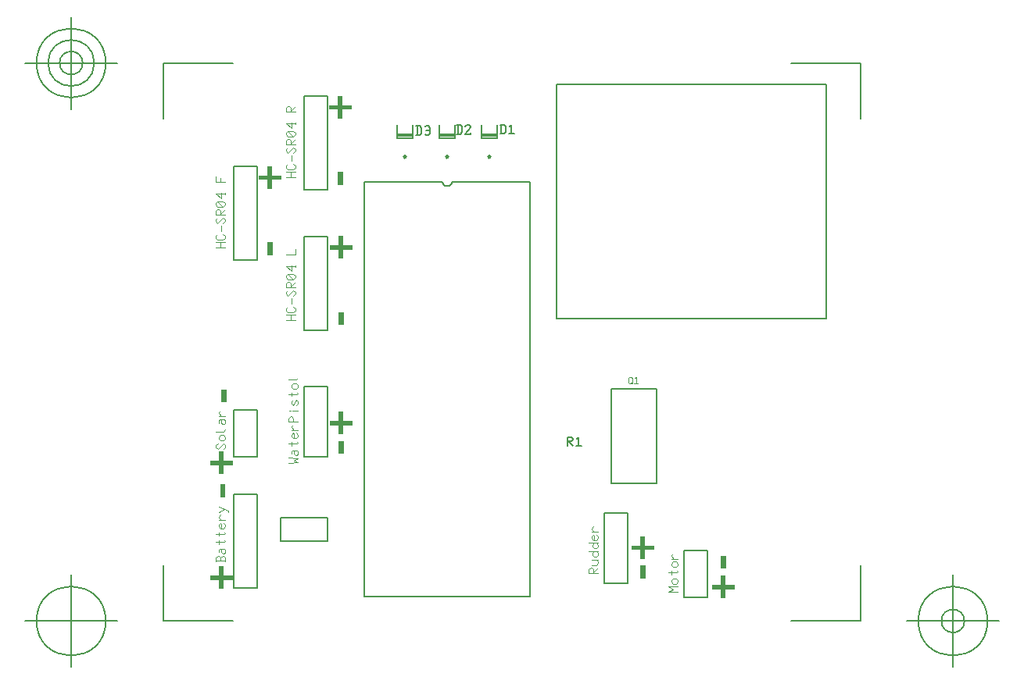
<source format=gbr>
G04 Generated by Ultiboard 14.2 *
%FSLAX34Y34*%
%MOMM*%

%ADD10C,0.0001*%
%ADD11C,0.0933*%
%ADD12C,0.0010*%
%ADD13C,0.1556*%
%ADD14C,0.2000*%
%ADD15C,0.2032*%
%ADD16C,0.2500*%
%ADD17C,0.1129*%
%ADD18C,0.1270*%


G04 ColorRGB FFFF00 for the following layer *
%LNSilkscreen Top*%
%LPD*%
G54D10*
G54D11*
X133080Y168636D02*
X143080Y169631D01*
X139080Y171622D01*
X143080Y173613D01*
X133080Y174609D01*
X136080Y178591D02*
X136080Y181578D01*
X137080Y182573D01*
X142080Y182573D01*
X143080Y181578D01*
X143080Y178591D01*
X142080Y177596D01*
X140080Y177596D01*
X139080Y178591D01*
X139080Y182573D01*
X142080Y182573D02*
X143080Y183569D01*
X142080Y191533D02*
X143080Y190538D01*
X142080Y189542D01*
X133080Y189542D01*
X136080Y187551D02*
X136080Y191533D01*
X141080Y201489D02*
X143080Y199498D01*
X143080Y197507D01*
X141080Y195516D01*
X138080Y195516D01*
X136080Y197507D01*
X136080Y199498D01*
X138080Y201489D01*
X139080Y200493D01*
X139080Y195516D01*
X139080Y204476D02*
X136080Y207462D01*
X136080Y208458D01*
X138080Y210449D01*
X143080Y204476D02*
X136080Y204476D01*
X143080Y213436D02*
X133080Y213436D01*
X133080Y217418D01*
X135080Y219409D01*
X136080Y219409D01*
X138080Y217418D01*
X138080Y213436D01*
X143080Y225382D02*
X137080Y225382D01*
X135080Y225382D02*
X134080Y225382D01*
X141080Y231356D02*
X143080Y233347D01*
X143080Y235338D01*
X141080Y237329D01*
X138080Y231356D01*
X136080Y233347D01*
X136080Y235338D01*
X138080Y237329D01*
X142080Y245293D02*
X143080Y244298D01*
X142080Y243302D01*
X133080Y243302D01*
X136080Y241311D02*
X136080Y245293D01*
X141080Y249276D02*
X143080Y251267D01*
X143080Y253258D01*
X141080Y255249D01*
X138080Y255249D01*
X136080Y253258D01*
X136080Y251267D01*
X138080Y249276D01*
X141080Y249276D01*
X133080Y259231D02*
X141080Y259231D01*
X143080Y261222D01*
X140265Y323301D02*
X130265Y323301D01*
X140265Y329274D02*
X130265Y329274D01*
X135265Y323301D02*
X135265Y329274D01*
X138265Y338234D02*
X140265Y336243D01*
X140265Y334252D01*
X138265Y332261D01*
X132265Y332261D01*
X130265Y334252D01*
X130265Y336243D01*
X132265Y338234D01*
X136265Y341221D02*
X136265Y347194D01*
X138265Y350181D02*
X140265Y352172D01*
X140265Y354163D01*
X138265Y356154D01*
X132265Y350181D01*
X130265Y352172D01*
X130265Y354163D01*
X132265Y356154D01*
X140265Y359141D02*
X130265Y359141D01*
X130265Y363123D01*
X132265Y365114D01*
X133265Y365114D01*
X135265Y363123D01*
X135265Y359141D01*
X135265Y360136D02*
X140265Y365114D01*
X132265Y368101D02*
X130265Y370092D01*
X130265Y372083D01*
X132265Y374074D01*
X138265Y374074D01*
X140265Y372083D01*
X140265Y370092D01*
X138265Y368101D01*
X132265Y368101D01*
X132265Y374074D02*
X138265Y368101D01*
X136265Y383034D02*
X136265Y377061D01*
X130265Y382039D01*
X140265Y382039D01*
X140265Y381043D02*
X140265Y383034D01*
X130265Y394981D02*
X140265Y394981D01*
X140265Y400954D01*
X64065Y402041D02*
X54065Y402041D01*
X64065Y408014D02*
X54065Y408014D01*
X59065Y402041D02*
X59065Y408014D01*
X62065Y416974D02*
X64065Y414983D01*
X64065Y412992D01*
X62065Y411001D01*
X56065Y411001D01*
X54065Y412992D01*
X54065Y414983D01*
X56065Y416974D01*
X60065Y419961D02*
X60065Y425934D01*
X62065Y428921D02*
X64065Y430912D01*
X64065Y432903D01*
X62065Y434894D01*
X56065Y428921D01*
X54065Y430912D01*
X54065Y432903D01*
X56065Y434894D01*
X64065Y437881D02*
X54065Y437881D01*
X54065Y441863D01*
X56065Y443854D01*
X57065Y443854D01*
X59065Y441863D01*
X59065Y437881D01*
X59065Y438876D02*
X64065Y443854D01*
X56065Y446841D02*
X54065Y448832D01*
X54065Y450823D01*
X56065Y452814D01*
X62065Y452814D01*
X64065Y450823D01*
X64065Y448832D01*
X62065Y446841D01*
X56065Y446841D01*
X56065Y452814D02*
X62065Y446841D01*
X60065Y461774D02*
X60065Y455801D01*
X54065Y460779D01*
X64065Y460779D01*
X64065Y459783D02*
X64065Y461774D01*
X64065Y473721D02*
X54065Y473721D01*
X54065Y479694D01*
X59065Y473721D02*
X59065Y477703D01*
X140265Y478241D02*
X130265Y478241D01*
X140265Y484214D02*
X130265Y484214D01*
X135265Y478241D02*
X135265Y484214D01*
X138265Y493174D02*
X140265Y491183D01*
X140265Y489192D01*
X138265Y487201D01*
X132265Y487201D01*
X130265Y489192D01*
X130265Y491183D01*
X132265Y493174D01*
X136265Y496161D02*
X136265Y502134D01*
X138265Y505121D02*
X140265Y507112D01*
X140265Y509103D01*
X138265Y511094D01*
X132265Y505121D01*
X130265Y507112D01*
X130265Y509103D01*
X132265Y511094D01*
X140265Y514081D02*
X130265Y514081D01*
X130265Y518063D01*
X132265Y520054D01*
X133265Y520054D01*
X135265Y518063D01*
X135265Y514081D01*
X135265Y515076D02*
X140265Y520054D01*
X132265Y523041D02*
X130265Y525032D01*
X130265Y527023D01*
X132265Y529014D01*
X138265Y529014D01*
X140265Y527023D01*
X140265Y525032D01*
X138265Y523041D01*
X132265Y523041D01*
X132265Y529014D02*
X138265Y523041D01*
X136265Y537974D02*
X136265Y532001D01*
X130265Y536979D01*
X140265Y536979D01*
X140265Y535983D02*
X140265Y537974D01*
X140265Y549921D02*
X130265Y549921D01*
X130265Y553903D01*
X132265Y555894D01*
X133265Y555894D01*
X135265Y553903D01*
X135265Y549921D01*
X135265Y550916D02*
X140265Y555894D01*
X62340Y184016D02*
X64340Y186007D01*
X64340Y187998D01*
X62340Y189989D01*
X56340Y184016D01*
X54340Y186007D01*
X54340Y187998D01*
X56340Y189989D01*
X62340Y192976D02*
X64340Y194967D01*
X64340Y196958D01*
X62340Y198949D01*
X59340Y198949D01*
X57340Y196958D01*
X57340Y194967D01*
X59340Y192976D01*
X62340Y192976D01*
X54340Y202931D02*
X62340Y202931D01*
X64340Y204922D01*
X57340Y211891D02*
X57340Y214878D01*
X58340Y215873D01*
X63340Y215873D01*
X64340Y214878D01*
X64340Y211891D01*
X63340Y210896D01*
X61340Y210896D01*
X60340Y211891D01*
X60340Y215873D01*
X63340Y215873D02*
X64340Y216869D01*
X60340Y219856D02*
X57340Y222842D01*
X57340Y223838D01*
X59340Y225829D01*
X64340Y219856D02*
X57340Y219856D01*
X554560Y28936D02*
X544560Y28936D01*
X549560Y31922D01*
X544560Y34909D01*
X554560Y34909D01*
X552560Y37896D02*
X554560Y39887D01*
X554560Y41878D01*
X552560Y43869D01*
X549560Y43869D01*
X547560Y41878D01*
X547560Y39887D01*
X549560Y37896D01*
X552560Y37896D01*
X553560Y51833D02*
X554560Y50838D01*
X553560Y49842D01*
X544560Y49842D01*
X547560Y47851D02*
X547560Y51833D01*
X552560Y55816D02*
X554560Y57807D01*
X554560Y59798D01*
X552560Y61789D01*
X549560Y61789D01*
X547560Y59798D01*
X547560Y57807D01*
X549560Y55816D01*
X552560Y55816D01*
X550560Y64776D02*
X547560Y67762D01*
X547560Y68758D01*
X549560Y70749D01*
X554560Y64776D02*
X547560Y64776D01*
X468200Y49256D02*
X458200Y49256D01*
X458200Y53238D01*
X460200Y55229D01*
X461200Y55229D01*
X463200Y53238D01*
X463200Y49256D01*
X463200Y50251D02*
X468200Y55229D01*
X461200Y58216D02*
X466200Y58216D01*
X468200Y60207D01*
X468200Y62198D01*
X466200Y64189D01*
X461200Y64189D01*
X466200Y64189D02*
X468200Y64189D01*
X466200Y73149D02*
X468200Y71158D01*
X468200Y69167D01*
X466200Y67176D01*
X464200Y67176D01*
X462200Y69167D01*
X462200Y71158D01*
X464200Y73149D01*
X458200Y73149D02*
X468200Y73149D01*
X466200Y82109D02*
X468200Y80118D01*
X468200Y78127D01*
X466200Y76136D01*
X464200Y76136D01*
X462200Y78127D01*
X462200Y80118D01*
X464200Y82109D01*
X458200Y82109D02*
X468200Y82109D01*
X466200Y91069D02*
X468200Y89078D01*
X468200Y87087D01*
X466200Y85096D01*
X463200Y85096D01*
X461200Y87087D01*
X461200Y89078D01*
X463200Y91069D01*
X464200Y90073D01*
X464200Y85096D01*
X464200Y94056D02*
X461200Y97042D01*
X461200Y98038D01*
X463200Y100029D01*
X468200Y94056D02*
X461200Y94056D01*
X64340Y61956D02*
X64340Y65938D01*
X62340Y67929D01*
X61340Y67929D01*
X59340Y65938D01*
X57340Y67929D01*
X56340Y67929D01*
X54340Y65938D01*
X54340Y62951D01*
X54340Y61956D01*
X59340Y62951D02*
X59340Y65938D01*
X54340Y62951D02*
X64340Y62951D01*
X57340Y71911D02*
X57340Y74898D01*
X58340Y75893D01*
X63340Y75893D01*
X64340Y74898D01*
X64340Y71911D01*
X63340Y70916D01*
X61340Y70916D01*
X60340Y71911D01*
X60340Y75893D01*
X63340Y75893D02*
X64340Y76889D01*
X63340Y84853D02*
X64340Y83858D01*
X63340Y82862D01*
X54340Y82862D01*
X57340Y80871D02*
X57340Y84853D01*
X63340Y93813D02*
X64340Y92818D01*
X63340Y91822D01*
X54340Y91822D01*
X57340Y89831D02*
X57340Y93813D01*
X62340Y103769D02*
X64340Y101778D01*
X64340Y99787D01*
X62340Y97796D01*
X59340Y97796D01*
X57340Y99787D01*
X57340Y101778D01*
X59340Y103769D01*
X60340Y102773D01*
X60340Y97796D01*
X60340Y106756D02*
X57340Y109742D01*
X57340Y110738D01*
X59340Y112729D01*
X64340Y106756D02*
X57340Y106756D01*
X67340Y115716D02*
X67340Y116711D01*
X57340Y121689D01*
X57340Y115716D02*
X63340Y118702D01*
G54D12*
G36*
X57875Y56597D02*
X57875Y56597D01*
X61926Y33205D01*
X61926Y56597D01*
X57875Y56597D01*
D02*
G37*
X61926Y33205D01*
X61926Y56597D01*
X57875Y56597D01*
G36*
X61926Y33205D02*
X61926Y33205D01*
X57875Y56597D01*
X57875Y46927D01*
X61926Y33205D01*
D02*
G37*
X57875Y56597D01*
X57875Y46927D01*
X61926Y33205D01*
G36*
X57875Y46927D02*
X57875Y46927D01*
X57875Y42875D01*
X61926Y33205D01*
X57875Y46927D01*
D02*
G37*
X57875Y42875D01*
X61926Y33205D01*
X57875Y46927D01*
G36*
X57875Y42875D02*
X57875Y42875D01*
X57875Y46927D01*
X48204Y46927D01*
X57875Y42875D01*
D02*
G37*
X57875Y46927D01*
X48204Y46927D01*
X57875Y42875D01*
G36*
X48204Y46927D02*
X48204Y46927D01*
X48204Y42875D01*
X57875Y42875D01*
X48204Y46927D01*
D02*
G37*
X48204Y42875D01*
X57875Y42875D01*
X48204Y46927D01*
G36*
X61926Y42875D02*
X61926Y42875D01*
X71597Y42875D01*
X61926Y46927D01*
X61926Y42875D01*
D02*
G37*
X71597Y42875D01*
X61926Y46927D01*
X61926Y42875D01*
G36*
X61926Y42875D01*
X61926Y56597D01*
X61926Y42875D01*
D02*
G37*
X61926Y56597D01*
X61926Y42875D01*
G36*
X61926Y42875D01*
X61926Y56597D01*
X61926Y33205D01*
X61926Y42875D01*
D02*
G37*
X61926Y56597D01*
X61926Y33205D01*
X61926Y42875D01*
G36*
X61926Y46927D02*
X61926Y46927D01*
X71597Y42875D01*
X71597Y46927D01*
X61926Y46927D01*
D02*
G37*
X71597Y42875D01*
X71597Y46927D01*
X61926Y46927D01*
G36*
X61926Y33205D02*
X61926Y33205D01*
X57875Y42875D01*
X57875Y33205D01*
X61926Y33205D01*
D02*
G37*
X57875Y42875D01*
X57875Y33205D01*
X61926Y33205D01*
G36*
X57875Y181057D02*
X57875Y181057D01*
X61926Y157665D01*
X61926Y181057D01*
X57875Y181057D01*
D02*
G37*
X61926Y157665D01*
X61926Y181057D01*
X57875Y181057D01*
G36*
X61926Y157665D02*
X61926Y157665D01*
X57875Y181057D01*
X57875Y171387D01*
X61926Y157665D01*
D02*
G37*
X57875Y181057D01*
X57875Y171387D01*
X61926Y157665D01*
G36*
X57875Y171387D02*
X57875Y171387D01*
X57875Y167335D01*
X61926Y157665D01*
X57875Y171387D01*
D02*
G37*
X57875Y167335D01*
X61926Y157665D01*
X57875Y171387D01*
G36*
X57875Y167335D02*
X57875Y167335D01*
X57875Y171387D01*
X48204Y171387D01*
X57875Y167335D01*
D02*
G37*
X57875Y171387D01*
X48204Y171387D01*
X57875Y167335D01*
G36*
X48204Y171387D02*
X48204Y171387D01*
X48204Y167335D01*
X57875Y167335D01*
X48204Y171387D01*
D02*
G37*
X48204Y167335D01*
X57875Y167335D01*
X48204Y171387D01*
G36*
X61926Y167335D02*
X61926Y167335D01*
X71597Y167335D01*
X61926Y171387D01*
X61926Y167335D01*
D02*
G37*
X71597Y167335D01*
X61926Y171387D01*
X61926Y167335D01*
G36*
X61926Y167335D01*
X61926Y181057D01*
X61926Y167335D01*
D02*
G37*
X61926Y181057D01*
X61926Y167335D01*
G36*
X61926Y167335D01*
X61926Y181057D01*
X61926Y157665D01*
X61926Y167335D01*
D02*
G37*
X61926Y181057D01*
X61926Y157665D01*
X61926Y167335D01*
G36*
X61926Y171387D02*
X61926Y171387D01*
X71597Y167335D01*
X71597Y171387D01*
X61926Y171387D01*
D02*
G37*
X71597Y167335D01*
X71597Y171387D01*
X61926Y171387D01*
G36*
X61926Y157665D02*
X61926Y157665D01*
X57875Y167335D01*
X57875Y157665D01*
X61926Y157665D01*
D02*
G37*
X57875Y167335D01*
X57875Y157665D01*
X61926Y157665D01*
G36*
X63180Y145513D02*
X63180Y145513D01*
X58815Y145513D01*
X58815Y132249D01*
X63180Y145513D01*
D02*
G37*
X58815Y145513D01*
X58815Y132249D01*
X63180Y145513D01*
G36*
X63180Y145513D01*
X58815Y132249D01*
X63180Y132249D01*
X63180Y145513D01*
D02*
G37*
X58815Y132249D01*
X63180Y132249D01*
X63180Y145513D01*
G36*
X64715Y248535D02*
X64715Y248535D01*
X60350Y248535D01*
X60350Y235272D01*
X64715Y248535D01*
D02*
G37*
X60350Y248535D01*
X60350Y235272D01*
X64715Y248535D01*
G36*
X64715Y248535D01*
X60350Y235272D01*
X64715Y235272D01*
X64715Y248535D01*
D02*
G37*
X60350Y235272D01*
X64715Y235272D01*
X64715Y248535D01*
G36*
X187415Y224237D02*
X187415Y224237D01*
X191466Y200845D01*
X191466Y224237D01*
X187415Y224237D01*
D02*
G37*
X191466Y200845D01*
X191466Y224237D01*
X187415Y224237D01*
G36*
X191466Y200845D02*
X191466Y200845D01*
X187415Y224237D01*
X187415Y214567D01*
X191466Y200845D01*
D02*
G37*
X187415Y224237D01*
X187415Y214567D01*
X191466Y200845D01*
G36*
X187415Y214567D02*
X187415Y214567D01*
X187415Y210515D01*
X191466Y200845D01*
X187415Y214567D01*
D02*
G37*
X187415Y210515D01*
X191466Y200845D01*
X187415Y214567D01*
G36*
X187415Y210515D02*
X187415Y210515D01*
X187415Y214567D01*
X177744Y214567D01*
X187415Y210515D01*
D02*
G37*
X187415Y214567D01*
X177744Y214567D01*
X187415Y210515D01*
G36*
X177744Y214567D02*
X177744Y214567D01*
X177744Y210515D01*
X187415Y210515D01*
X177744Y214567D01*
D02*
G37*
X177744Y210515D01*
X187415Y210515D01*
X177744Y214567D01*
G36*
X191466Y210515D02*
X191466Y210515D01*
X201137Y210515D01*
X191466Y214567D01*
X191466Y210515D01*
D02*
G37*
X201137Y210515D01*
X191466Y214567D01*
X191466Y210515D01*
G36*
X191466Y210515D01*
X191466Y224237D01*
X191466Y210515D01*
D02*
G37*
X191466Y224237D01*
X191466Y210515D01*
G36*
X191466Y210515D01*
X191466Y224237D01*
X191466Y200845D01*
X191466Y210515D01*
D02*
G37*
X191466Y224237D01*
X191466Y200845D01*
X191466Y210515D01*
G36*
X191466Y214567D02*
X191466Y214567D01*
X201137Y210515D01*
X201137Y214567D01*
X191466Y214567D01*
D02*
G37*
X201137Y210515D01*
X201137Y214567D01*
X191466Y214567D01*
G36*
X191466Y200845D02*
X191466Y200845D01*
X187415Y210515D01*
X187415Y200845D01*
X191466Y200845D01*
D02*
G37*
X187415Y210515D01*
X187415Y200845D01*
X191466Y200845D01*
G36*
X191715Y192655D02*
X191715Y192655D01*
X187350Y192655D01*
X187350Y179392D01*
X191715Y192655D01*
D02*
G37*
X187350Y192655D01*
X187350Y179392D01*
X191715Y192655D01*
G36*
X191715Y192655D01*
X187350Y179392D01*
X191715Y179392D01*
X191715Y192655D01*
D02*
G37*
X187350Y179392D01*
X191715Y179392D01*
X191715Y192655D01*
G36*
X191715Y332355D02*
X191715Y332355D01*
X187350Y332355D01*
X187350Y319092D01*
X191715Y332355D01*
D02*
G37*
X187350Y332355D01*
X187350Y319092D01*
X191715Y332355D01*
G36*
X191715Y332355D01*
X187350Y319092D01*
X191715Y319092D01*
X191715Y332355D01*
D02*
G37*
X187350Y319092D01*
X191715Y319092D01*
X191715Y332355D01*
G36*
X187415Y414737D02*
X187415Y414737D01*
X191466Y391345D01*
X191466Y414737D01*
X187415Y414737D01*
D02*
G37*
X191466Y391345D01*
X191466Y414737D01*
X187415Y414737D01*
G36*
X191466Y391345D02*
X191466Y391345D01*
X187415Y414737D01*
X187415Y405067D01*
X191466Y391345D01*
D02*
G37*
X187415Y414737D01*
X187415Y405067D01*
X191466Y391345D01*
G36*
X187415Y405067D02*
X187415Y405067D01*
X187415Y401015D01*
X191466Y391345D01*
X187415Y405067D01*
D02*
G37*
X187415Y401015D01*
X191466Y391345D01*
X187415Y405067D01*
G36*
X187415Y401015D02*
X187415Y401015D01*
X187415Y405067D01*
X177744Y405067D01*
X187415Y401015D01*
D02*
G37*
X187415Y405067D01*
X177744Y405067D01*
X187415Y401015D01*
G36*
X177744Y405067D02*
X177744Y405067D01*
X177744Y401015D01*
X187415Y401015D01*
X177744Y405067D01*
D02*
G37*
X177744Y401015D01*
X187415Y401015D01*
X177744Y405067D01*
G36*
X191466Y401015D02*
X191466Y401015D01*
X201137Y401015D01*
X191466Y405067D01*
X191466Y401015D01*
D02*
G37*
X201137Y401015D01*
X191466Y405067D01*
X191466Y401015D01*
G36*
X191466Y401015D01*
X191466Y414737D01*
X191466Y401015D01*
D02*
G37*
X191466Y414737D01*
X191466Y401015D01*
G36*
X191466Y401015D01*
X191466Y414737D01*
X191466Y391345D01*
X191466Y401015D01*
D02*
G37*
X191466Y414737D01*
X191466Y391345D01*
X191466Y401015D01*
G36*
X191466Y405067D02*
X191466Y405067D01*
X201137Y401015D01*
X201137Y405067D01*
X191466Y405067D01*
D02*
G37*
X201137Y401015D01*
X201137Y405067D01*
X191466Y405067D01*
G36*
X191466Y391345D02*
X191466Y391345D01*
X187415Y401015D01*
X187415Y391345D01*
X191466Y391345D01*
D02*
G37*
X187415Y401015D01*
X187415Y391345D01*
X191466Y391345D01*
G36*
X186570Y566534D02*
X186570Y566534D01*
X190621Y543142D01*
X190621Y566534D01*
X186570Y566534D01*
D02*
G37*
X190621Y543142D01*
X190621Y566534D01*
X186570Y566534D01*
G36*
X190621Y543142D02*
X190621Y543142D01*
X186570Y566534D01*
X186570Y556863D01*
X190621Y543142D01*
D02*
G37*
X186570Y566534D01*
X186570Y556863D01*
X190621Y543142D01*
G36*
X186570Y556863D02*
X186570Y556863D01*
X186570Y552812D01*
X190621Y543142D01*
X186570Y556863D01*
D02*
G37*
X186570Y552812D01*
X190621Y543142D01*
X186570Y556863D01*
G36*
X186570Y552812D02*
X186570Y552812D01*
X186570Y556863D01*
X176899Y556863D01*
X186570Y552812D01*
D02*
G37*
X186570Y556863D01*
X176899Y556863D01*
X186570Y552812D01*
G36*
X176899Y556863D02*
X176899Y556863D01*
X176899Y552812D01*
X186570Y552812D01*
X176899Y556863D01*
D02*
G37*
X176899Y552812D01*
X186570Y552812D01*
X176899Y556863D01*
G36*
X190621Y552812D02*
X190621Y552812D01*
X200292Y552812D01*
X190621Y556863D01*
X190621Y552812D01*
D02*
G37*
X200292Y552812D01*
X190621Y556863D01*
X190621Y552812D01*
G36*
X190621Y552812D01*
X190621Y566534D01*
X190621Y552812D01*
D02*
G37*
X190621Y566534D01*
X190621Y552812D01*
G36*
X190621Y552812D01*
X190621Y566534D01*
X190621Y543142D01*
X190621Y552812D01*
D02*
G37*
X190621Y566534D01*
X190621Y543142D01*
X190621Y552812D01*
G36*
X190621Y556863D02*
X190621Y556863D01*
X200292Y552812D01*
X200292Y556863D01*
X190621Y556863D01*
D02*
G37*
X200292Y552812D01*
X200292Y556863D01*
X190621Y556863D01*
G36*
X190621Y543142D02*
X190621Y543142D01*
X186570Y552812D01*
X186570Y543142D01*
X190621Y543142D01*
D02*
G37*
X186570Y552812D01*
X186570Y543142D01*
X190621Y543142D01*
G36*
X190870Y484152D02*
X190870Y484152D01*
X186505Y484152D01*
X186505Y470888D01*
X190870Y484152D01*
D02*
G37*
X186505Y484152D01*
X186505Y470888D01*
X190870Y484152D01*
G36*
X190870Y484152D01*
X186505Y470888D01*
X190870Y470888D01*
X190870Y484152D01*
D02*
G37*
X186505Y470888D01*
X190870Y470888D01*
X190870Y484152D01*
G36*
X110370Y490334D02*
X110370Y490334D01*
X114421Y466942D01*
X114421Y490334D01*
X110370Y490334D01*
D02*
G37*
X114421Y466942D01*
X114421Y490334D01*
X110370Y490334D01*
G36*
X114421Y466942D02*
X114421Y466942D01*
X110370Y490334D01*
X110370Y480663D01*
X114421Y466942D01*
D02*
G37*
X110370Y490334D01*
X110370Y480663D01*
X114421Y466942D01*
G36*
X110370Y480663D02*
X110370Y480663D01*
X110370Y476612D01*
X114421Y466942D01*
X110370Y480663D01*
D02*
G37*
X110370Y476612D01*
X114421Y466942D01*
X110370Y480663D01*
G36*
X110370Y476612D02*
X110370Y476612D01*
X110370Y480663D01*
X100699Y480663D01*
X110370Y476612D01*
D02*
G37*
X110370Y480663D01*
X100699Y480663D01*
X110370Y476612D01*
G36*
X100699Y480663D02*
X100699Y480663D01*
X100699Y476612D01*
X110370Y476612D01*
X100699Y480663D01*
D02*
G37*
X100699Y476612D01*
X110370Y476612D01*
X100699Y480663D01*
G36*
X114421Y476612D02*
X114421Y476612D01*
X124092Y476612D01*
X114421Y480663D01*
X114421Y476612D01*
D02*
G37*
X124092Y476612D01*
X114421Y480663D01*
X114421Y476612D01*
G36*
X114421Y476612D01*
X114421Y490334D01*
X114421Y476612D01*
D02*
G37*
X114421Y490334D01*
X114421Y476612D01*
G36*
X114421Y476612D01*
X114421Y490334D01*
X114421Y466942D01*
X114421Y476612D01*
D02*
G37*
X114421Y490334D01*
X114421Y466942D01*
X114421Y476612D01*
G36*
X114421Y480663D02*
X114421Y480663D01*
X124092Y476612D01*
X124092Y480663D01*
X114421Y480663D01*
D02*
G37*
X124092Y476612D01*
X124092Y480663D01*
X114421Y480663D01*
G36*
X114421Y466942D02*
X114421Y466942D01*
X110370Y476612D01*
X110370Y466942D01*
X114421Y466942D01*
D02*
G37*
X110370Y476612D01*
X110370Y466942D01*
X114421Y466942D01*
G36*
X114670Y407952D02*
X114670Y407952D01*
X110305Y407952D01*
X110305Y394688D01*
X114670Y407952D01*
D02*
G37*
X110305Y407952D01*
X110305Y394688D01*
X114670Y407952D01*
G36*
X114670Y407952D01*
X110305Y394688D01*
X114670Y394688D01*
X114670Y407952D01*
D02*
G37*
X110305Y394688D01*
X114670Y394688D01*
X114670Y407952D01*
G36*
X601435Y46437D02*
X601435Y46437D01*
X605486Y23045D01*
X605486Y46437D01*
X601435Y46437D01*
D02*
G37*
X605486Y23045D01*
X605486Y46437D01*
X601435Y46437D01*
G36*
X605486Y23045D02*
X605486Y23045D01*
X601435Y46437D01*
X601435Y36767D01*
X605486Y23045D01*
D02*
G37*
X601435Y46437D01*
X601435Y36767D01*
X605486Y23045D01*
G36*
X601435Y36767D02*
X601435Y36767D01*
X601435Y32715D01*
X605486Y23045D01*
X601435Y36767D01*
D02*
G37*
X601435Y32715D01*
X605486Y23045D01*
X601435Y36767D01*
G36*
X601435Y32715D02*
X601435Y32715D01*
X601435Y36767D01*
X591764Y36767D01*
X601435Y32715D01*
D02*
G37*
X601435Y36767D01*
X591764Y36767D01*
X601435Y32715D01*
G36*
X591764Y36767D02*
X591764Y36767D01*
X591764Y32715D01*
X601435Y32715D01*
X591764Y36767D01*
D02*
G37*
X591764Y32715D01*
X601435Y32715D01*
X591764Y36767D01*
G36*
X605486Y32715D02*
X605486Y32715D01*
X615157Y32715D01*
X605486Y36767D01*
X605486Y32715D01*
D02*
G37*
X615157Y32715D01*
X605486Y36767D01*
X605486Y32715D01*
G36*
X605486Y32715D01*
X605486Y46437D01*
X605486Y32715D01*
D02*
G37*
X605486Y46437D01*
X605486Y32715D01*
G36*
X605486Y32715D01*
X605486Y46437D01*
X605486Y23045D01*
X605486Y32715D01*
D02*
G37*
X605486Y46437D01*
X605486Y23045D01*
X605486Y32715D01*
G36*
X605486Y36767D02*
X605486Y36767D01*
X615157Y32715D01*
X615157Y36767D01*
X605486Y36767D01*
D02*
G37*
X615157Y32715D01*
X615157Y36767D01*
X605486Y36767D01*
G36*
X605486Y23045D02*
X605486Y23045D01*
X601435Y32715D01*
X601435Y23045D01*
X605486Y23045D01*
D02*
G37*
X601435Y32715D01*
X601435Y23045D01*
X605486Y23045D01*
G36*
X605735Y68195D02*
X605735Y68195D01*
X601370Y68195D01*
X601370Y54932D01*
X605735Y68195D01*
D02*
G37*
X601370Y68195D01*
X601370Y54932D01*
X605735Y68195D01*
G36*
X605735Y68195D01*
X601370Y54932D01*
X605735Y54932D01*
X605735Y68195D01*
D02*
G37*
X601370Y54932D01*
X605735Y54932D01*
X605735Y68195D01*
G36*
X514230Y89014D02*
X514230Y89014D01*
X518281Y65622D01*
X518281Y89014D01*
X514230Y89014D01*
D02*
G37*
X518281Y65622D01*
X518281Y89014D01*
X514230Y89014D01*
G36*
X518281Y65622D02*
X518281Y65622D01*
X514230Y89014D01*
X514230Y79343D01*
X518281Y65622D01*
D02*
G37*
X514230Y89014D01*
X514230Y79343D01*
X518281Y65622D01*
G36*
X514230Y79343D02*
X514230Y79343D01*
X514230Y75292D01*
X518281Y65622D01*
X514230Y79343D01*
D02*
G37*
X514230Y75292D01*
X518281Y65622D01*
X514230Y79343D01*
G36*
X514230Y75292D02*
X514230Y75292D01*
X514230Y79343D01*
X504559Y79343D01*
X514230Y75292D01*
D02*
G37*
X514230Y79343D01*
X504559Y79343D01*
X514230Y75292D01*
G36*
X504559Y79343D02*
X504559Y79343D01*
X504559Y75292D01*
X514230Y75292D01*
X504559Y79343D01*
D02*
G37*
X504559Y75292D01*
X514230Y75292D01*
X504559Y79343D01*
G36*
X518281Y75292D02*
X518281Y75292D01*
X527952Y75292D01*
X518281Y79343D01*
X518281Y75292D01*
D02*
G37*
X527952Y75292D01*
X518281Y79343D01*
X518281Y75292D01*
G36*
X518281Y75292D01*
X518281Y89014D01*
X518281Y75292D01*
D02*
G37*
X518281Y89014D01*
X518281Y75292D01*
G36*
X518281Y75292D01*
X518281Y89014D01*
X518281Y65622D01*
X518281Y75292D01*
D02*
G37*
X518281Y89014D01*
X518281Y65622D01*
X518281Y75292D01*
G36*
X518281Y79343D02*
X518281Y79343D01*
X527952Y75292D01*
X527952Y79343D01*
X518281Y79343D01*
D02*
G37*
X527952Y75292D01*
X527952Y79343D01*
X518281Y79343D01*
G36*
X518281Y65622D02*
X518281Y65622D01*
X514230Y75292D01*
X514230Y65622D01*
X518281Y65622D01*
D02*
G37*
X514230Y75292D01*
X514230Y65622D01*
X518281Y65622D01*
G36*
X518530Y57432D02*
X518530Y57432D01*
X514165Y57432D01*
X514165Y44168D01*
X518530Y57432D01*
D02*
G37*
X514165Y57432D01*
X514165Y44168D01*
X518530Y57432D01*
G36*
X518530Y57432D01*
X514165Y44168D01*
X518530Y44168D01*
X518530Y57432D01*
D02*
G37*
X514165Y44168D01*
X518530Y44168D01*
X518530Y57432D01*
G54D13*
X435336Y187120D02*
X435336Y197120D01*
X439318Y197120D01*
X441309Y195120D01*
X441309Y194120D01*
X439318Y192120D01*
X435336Y192120D01*
X436331Y192120D02*
X441309Y187120D01*
X445291Y195120D02*
X447282Y197120D01*
X447282Y187120D01*
X444296Y187120D02*
X450269Y187120D01*
X271116Y524320D02*
X275098Y524320D01*
X277089Y526320D01*
X277089Y532320D01*
X275098Y534320D01*
X271116Y534320D01*
X272111Y534320D02*
X272111Y524320D01*
X281071Y533320D02*
X282067Y534320D01*
X284058Y534320D01*
X286049Y532320D01*
X286049Y530320D01*
X285053Y529320D01*
X286049Y528320D01*
X286049Y526320D01*
X284058Y524320D01*
X282067Y524320D01*
X281071Y525320D01*
X282067Y529320D02*
X285053Y529320D01*
X315236Y525520D02*
X319218Y525520D01*
X321209Y527520D01*
X321209Y533520D01*
X319218Y535520D01*
X315236Y535520D01*
X316231Y535520D02*
X316231Y525520D01*
X324196Y533520D02*
X326187Y535520D01*
X328178Y535520D01*
X330169Y533520D01*
X330169Y532520D01*
X324196Y525520D01*
X330169Y525520D01*
X330169Y526520D01*
X362256Y525660D02*
X366238Y525660D01*
X368229Y527660D01*
X368229Y533660D01*
X366238Y535660D01*
X362256Y535660D01*
X363251Y535660D02*
X363251Y525660D01*
X372211Y533660D02*
X374202Y535660D01*
X374202Y525660D01*
X371216Y525660D02*
X377189Y525660D01*
G54D14*
X73660Y134620D02*
X99060Y134620D01*
X99060Y33020D01*
X73660Y33020D01*
X73660Y134620D01*
X73660Y226060D02*
X99060Y226060D01*
X99060Y175260D01*
X73660Y175260D01*
X73660Y226060D01*
X149860Y251460D02*
X175260Y251460D01*
X175260Y175179D01*
X149860Y175179D01*
X149860Y251460D01*
X149860Y414020D02*
X175260Y414020D01*
X175260Y312420D01*
X149860Y312420D01*
X149860Y414020D01*
X73660Y490220D02*
X99060Y490220D01*
X99060Y388620D01*
X73660Y388620D01*
X73660Y490220D01*
X149860Y566420D02*
X175260Y566420D01*
X175260Y464820D01*
X149860Y464820D01*
X149860Y566420D01*
X474980Y114337D02*
X500380Y114337D01*
X500380Y38100D01*
X474980Y38100D01*
X474980Y114337D01*
X561340Y73777D02*
X586740Y73777D01*
X586740Y22860D01*
X561340Y22860D01*
X561340Y73777D01*
X124460Y109220D02*
X175260Y109220D01*
X175260Y83820D01*
X124460Y83820D01*
X124460Y109220D01*
X267580Y521320D02*
X267580Y535320D01*
X250580Y521320D02*
X250580Y535320D01*
X267580Y521320D02*
X250580Y521320D01*
X267580Y523320D02*
X250580Y523320D01*
X267580Y525320D02*
X250580Y525320D01*
X313300Y521320D02*
X313300Y535320D01*
X296300Y521320D02*
X296300Y535320D01*
X313300Y521320D02*
X296300Y521320D01*
X313300Y523320D02*
X296300Y523320D01*
X313300Y525320D02*
X296300Y525320D01*
X359020Y521320D02*
X359020Y535320D01*
X342020Y521320D02*
X342020Y535320D01*
X359020Y521320D02*
X342020Y521320D01*
X359020Y523320D02*
X342020Y523320D01*
X359020Y525320D02*
X342020Y525320D01*
X531357Y147120D02*
X482357Y147120D01*
X482357Y249120D01*
X531357Y249120D01*
X531357Y147120D01*
G54D15*
X422910Y579120D02*
X422910Y325120D01*
X715010Y579120D02*
X422910Y579120D01*
X422910Y325120D02*
X715010Y325120D01*
X715010Y579120D01*
X214800Y473920D02*
X214800Y23920D01*
X394800Y23920D01*
X394800Y473920D01*
X299800Y473920D02*
X299819Y473484D01*
X299876Y473052D01*
X299970Y472626D01*
X300102Y472210D01*
X300268Y471807D01*
X300470Y471420D01*
X300704Y471052D01*
X300970Y470706D01*
X301264Y470384D01*
X301586Y470090D01*
X301932Y469824D01*
X302300Y469590D01*
X302687Y469388D01*
X303090Y469222D01*
X303506Y469090D01*
X303932Y468996D01*
X304364Y468939D01*
X304800Y468920D01*
X305236Y468939D01*
X305668Y468996D01*
X306094Y469090D01*
X306510Y469222D01*
X306913Y469388D01*
X307300Y469590D01*
X307668Y469824D01*
X308014Y470090D01*
X308336Y470384D01*
X308630Y470706D01*
X308896Y471052D01*
X309130Y471420D01*
X309332Y471807D01*
X309498Y472210D01*
X309630Y472626D01*
X309724Y473052D01*
X309781Y473484D01*
X309800Y473920D01*
X394800Y473920D02*
X309800Y473920D01*
X299800Y473920D02*
X214800Y473920D01*
G54D16*
X257830Y500820D02*
G75*
D01*
G02X257830Y500820I1250J0*
G01*
X303550Y500820D02*
G75*
D01*
G02X303550Y500820I1250J0*
G01*
X349270Y500820D02*
G75*
D01*
G02X349270Y500820I1250J0*
G01*
G54D17*
X500823Y256359D02*
X502268Y254907D01*
X503713Y254907D01*
X505158Y256359D01*
X505158Y260713D01*
X503713Y262164D01*
X502268Y262164D01*
X500823Y260713D01*
X500823Y256359D01*
X503713Y256359D02*
X505158Y254907D01*
X508048Y260713D02*
X509493Y262164D01*
X509493Y254907D01*
X507325Y254907D02*
X511660Y254907D01*
G54D18*
X-2540Y-2540D02*
X-2540Y57968D01*
X-2540Y-2540D02*
X72968Y-2540D01*
X752540Y-2540D02*
X677032Y-2540D01*
X752540Y-2540D02*
X752540Y57968D01*
X752540Y602540D02*
X752540Y542032D01*
X752540Y602540D02*
X677032Y602540D01*
X-2540Y602540D02*
X72968Y602540D01*
X-2540Y602540D02*
X-2540Y542032D01*
X-52540Y-2540D02*
X-152540Y-2540D01*
X-102540Y-52540D02*
X-102540Y47460D01*
X-140040Y-2540D02*
G75*
D01*
G02X-140040Y-2540I37500J0*
G01*
X802540Y-2540D02*
X902540Y-2540D01*
X852540Y-52540D02*
X852540Y47460D01*
X815040Y-2540D02*
G75*
D01*
G02X815040Y-2540I37500J0*
G01*
X840040Y-2540D02*
G75*
D01*
G02X840040Y-2540I12500J0*
G01*
X-52540Y602540D02*
X-152540Y602540D01*
X-102540Y552540D02*
X-102540Y652540D01*
X-140040Y602540D02*
G75*
D01*
G02X-140040Y602540I37500J0*
G01*
X-127540Y602540D02*
G75*
D01*
G02X-127540Y602540I25000J0*
G01*
X-115040Y602540D02*
G75*
D01*
G02X-115040Y602540I12500J0*
G01*

M02*

</source>
